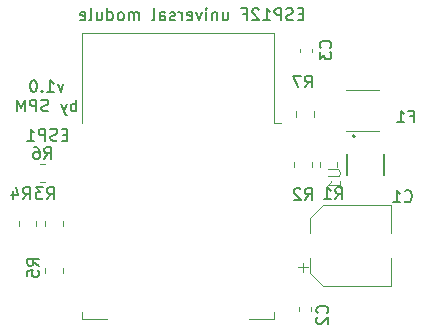
<source format=gbo>
%TF.GenerationSoftware,KiCad,Pcbnew,5.1.8*%
%TF.CreationDate,2020-12-08T00:01:30+01:00*%
%TF.ProjectId,ESP8266_base_vreg,45535038-3236-4365-9f62-6173655f7672,rev?*%
%TF.SameCoordinates,Original*%
%TF.FileFunction,Legend,Bot*%
%TF.FilePolarity,Positive*%
%FSLAX46Y46*%
G04 Gerber Fmt 4.6, Leading zero omitted, Abs format (unit mm)*
G04 Created by KiCad (PCBNEW 5.1.8) date 2020-12-08 00:01:30*
%MOMM*%
%LPD*%
G01*
G04 APERTURE LIST*
%ADD10C,0.150000*%
%ADD11C,0.120000*%
%ADD12C,0.200000*%
%ADD13C,0.127000*%
%ADD14C,0.015000*%
G04 APERTURE END LIST*
D10*
X126028571Y-73960714D02*
X125790476Y-74627380D01*
X125552380Y-73960714D01*
X124647619Y-74627380D02*
X125219047Y-74627380D01*
X124933333Y-74627380D02*
X124933333Y-73627380D01*
X125028571Y-73770238D01*
X125123809Y-73865476D01*
X125219047Y-73913095D01*
X124219047Y-74532142D02*
X124171428Y-74579761D01*
X124219047Y-74627380D01*
X124266666Y-74579761D01*
X124219047Y-74532142D01*
X124219047Y-74627380D01*
X123552380Y-73627380D02*
X123457142Y-73627380D01*
X123361904Y-73675000D01*
X123314285Y-73722619D01*
X123266666Y-73817857D01*
X123219047Y-74008333D01*
X123219047Y-74246428D01*
X123266666Y-74436904D01*
X123314285Y-74532142D01*
X123361904Y-74579761D01*
X123457142Y-74627380D01*
X123552380Y-74627380D01*
X123647619Y-74579761D01*
X123695238Y-74532142D01*
X123742857Y-74436904D01*
X123790476Y-74246428D01*
X123790476Y-74008333D01*
X123742857Y-73817857D01*
X123695238Y-73722619D01*
X123647619Y-73675000D01*
X123552380Y-73627380D01*
X127123809Y-76277380D02*
X127123809Y-75277380D01*
X127123809Y-75658333D02*
X127028571Y-75610714D01*
X126838095Y-75610714D01*
X126742857Y-75658333D01*
X126695238Y-75705952D01*
X126647619Y-75801190D01*
X126647619Y-76086904D01*
X126695238Y-76182142D01*
X126742857Y-76229761D01*
X126838095Y-76277380D01*
X127028571Y-76277380D01*
X127123809Y-76229761D01*
X126314285Y-75610714D02*
X126076190Y-76277380D01*
X125838095Y-75610714D02*
X126076190Y-76277380D01*
X126171428Y-76515476D01*
X126219047Y-76563095D01*
X126314285Y-76610714D01*
X124742857Y-76229761D02*
X124600000Y-76277380D01*
X124361904Y-76277380D01*
X124266666Y-76229761D01*
X124219047Y-76182142D01*
X124171428Y-76086904D01*
X124171428Y-75991666D01*
X124219047Y-75896428D01*
X124266666Y-75848809D01*
X124361904Y-75801190D01*
X124552380Y-75753571D01*
X124647619Y-75705952D01*
X124695238Y-75658333D01*
X124742857Y-75563095D01*
X124742857Y-75467857D01*
X124695238Y-75372619D01*
X124647619Y-75325000D01*
X124552380Y-75277380D01*
X124314285Y-75277380D01*
X124171428Y-75325000D01*
X123742857Y-76277380D02*
X123742857Y-75277380D01*
X123361904Y-75277380D01*
X123266666Y-75325000D01*
X123219047Y-75372619D01*
X123171428Y-75467857D01*
X123171428Y-75610714D01*
X123219047Y-75705952D01*
X123266666Y-75753571D01*
X123361904Y-75801190D01*
X123742857Y-75801190D01*
X122742857Y-76277380D02*
X122742857Y-75277380D01*
X122409523Y-75991666D01*
X122076190Y-75277380D01*
X122076190Y-76277380D01*
X146328571Y-68028571D02*
X145995238Y-68028571D01*
X145852380Y-68552380D02*
X146328571Y-68552380D01*
X146328571Y-67552380D01*
X145852380Y-67552380D01*
X145471428Y-68504761D02*
X145328571Y-68552380D01*
X145090476Y-68552380D01*
X144995238Y-68504761D01*
X144947619Y-68457142D01*
X144900000Y-68361904D01*
X144900000Y-68266666D01*
X144947619Y-68171428D01*
X144995238Y-68123809D01*
X145090476Y-68076190D01*
X145280952Y-68028571D01*
X145376190Y-67980952D01*
X145423809Y-67933333D01*
X145471428Y-67838095D01*
X145471428Y-67742857D01*
X145423809Y-67647619D01*
X145376190Y-67600000D01*
X145280952Y-67552380D01*
X145042857Y-67552380D01*
X144900000Y-67600000D01*
X144471428Y-68552380D02*
X144471428Y-67552380D01*
X144090476Y-67552380D01*
X143995238Y-67600000D01*
X143947619Y-67647619D01*
X143900000Y-67742857D01*
X143900000Y-67885714D01*
X143947619Y-67980952D01*
X143995238Y-68028571D01*
X144090476Y-68076190D01*
X144471428Y-68076190D01*
X142947619Y-68552380D02*
X143519047Y-68552380D01*
X143233333Y-68552380D02*
X143233333Y-67552380D01*
X143328571Y-67695238D01*
X143423809Y-67790476D01*
X143519047Y-67838095D01*
X142566666Y-67647619D02*
X142519047Y-67600000D01*
X142423809Y-67552380D01*
X142185714Y-67552380D01*
X142090476Y-67600000D01*
X142042857Y-67647619D01*
X141995238Y-67742857D01*
X141995238Y-67838095D01*
X142042857Y-67980952D01*
X142614285Y-68552380D01*
X141995238Y-68552380D01*
X141233333Y-68028571D02*
X141566666Y-68028571D01*
X141566666Y-68552380D02*
X141566666Y-67552380D01*
X141090476Y-67552380D01*
X139519047Y-67885714D02*
X139519047Y-68552380D01*
X139947619Y-67885714D02*
X139947619Y-68409523D01*
X139900000Y-68504761D01*
X139804761Y-68552380D01*
X139661904Y-68552380D01*
X139566666Y-68504761D01*
X139519047Y-68457142D01*
X139042857Y-67885714D02*
X139042857Y-68552380D01*
X139042857Y-67980952D02*
X138995238Y-67933333D01*
X138900000Y-67885714D01*
X138757142Y-67885714D01*
X138661904Y-67933333D01*
X138614285Y-68028571D01*
X138614285Y-68552380D01*
X138138095Y-68552380D02*
X138138095Y-67885714D01*
X138138095Y-67552380D02*
X138185714Y-67600000D01*
X138138095Y-67647619D01*
X138090476Y-67600000D01*
X138138095Y-67552380D01*
X138138095Y-67647619D01*
X137757142Y-67885714D02*
X137519047Y-68552380D01*
X137280952Y-67885714D01*
X136519047Y-68504761D02*
X136614285Y-68552380D01*
X136804761Y-68552380D01*
X136900000Y-68504761D01*
X136947619Y-68409523D01*
X136947619Y-68028571D01*
X136900000Y-67933333D01*
X136804761Y-67885714D01*
X136614285Y-67885714D01*
X136519047Y-67933333D01*
X136471428Y-68028571D01*
X136471428Y-68123809D01*
X136947619Y-68219047D01*
X136042857Y-68552380D02*
X136042857Y-67885714D01*
X136042857Y-68076190D02*
X135995238Y-67980952D01*
X135947619Y-67933333D01*
X135852380Y-67885714D01*
X135757142Y-67885714D01*
X135471428Y-68504761D02*
X135376190Y-68552380D01*
X135185714Y-68552380D01*
X135090476Y-68504761D01*
X135042857Y-68409523D01*
X135042857Y-68361904D01*
X135090476Y-68266666D01*
X135185714Y-68219047D01*
X135328571Y-68219047D01*
X135423809Y-68171428D01*
X135471428Y-68076190D01*
X135471428Y-68028571D01*
X135423809Y-67933333D01*
X135328571Y-67885714D01*
X135185714Y-67885714D01*
X135090476Y-67933333D01*
X134185714Y-68552380D02*
X134185714Y-68028571D01*
X134233333Y-67933333D01*
X134328571Y-67885714D01*
X134519047Y-67885714D01*
X134614285Y-67933333D01*
X134185714Y-68504761D02*
X134280952Y-68552380D01*
X134519047Y-68552380D01*
X134614285Y-68504761D01*
X134661904Y-68409523D01*
X134661904Y-68314285D01*
X134614285Y-68219047D01*
X134519047Y-68171428D01*
X134280952Y-68171428D01*
X134185714Y-68123809D01*
X133566666Y-68552380D02*
X133661904Y-68504761D01*
X133709523Y-68409523D01*
X133709523Y-67552380D01*
X132423809Y-68552380D02*
X132423809Y-67885714D01*
X132423809Y-67980952D02*
X132376190Y-67933333D01*
X132280952Y-67885714D01*
X132138095Y-67885714D01*
X132042857Y-67933333D01*
X131995238Y-68028571D01*
X131995238Y-68552380D01*
X131995238Y-68028571D02*
X131947619Y-67933333D01*
X131852380Y-67885714D01*
X131709523Y-67885714D01*
X131614285Y-67933333D01*
X131566666Y-68028571D01*
X131566666Y-68552380D01*
X130947619Y-68552380D02*
X131042857Y-68504761D01*
X131090476Y-68457142D01*
X131138095Y-68361904D01*
X131138095Y-68076190D01*
X131090476Y-67980952D01*
X131042857Y-67933333D01*
X130947619Y-67885714D01*
X130804761Y-67885714D01*
X130709523Y-67933333D01*
X130661904Y-67980952D01*
X130614285Y-68076190D01*
X130614285Y-68361904D01*
X130661904Y-68457142D01*
X130709523Y-68504761D01*
X130804761Y-68552380D01*
X130947619Y-68552380D01*
X129757142Y-68552380D02*
X129757142Y-67552380D01*
X129757142Y-68504761D02*
X129852380Y-68552380D01*
X130042857Y-68552380D01*
X130138095Y-68504761D01*
X130185714Y-68457142D01*
X130233333Y-68361904D01*
X130233333Y-68076190D01*
X130185714Y-67980952D01*
X130138095Y-67933333D01*
X130042857Y-67885714D01*
X129852380Y-67885714D01*
X129757142Y-67933333D01*
X128852380Y-67885714D02*
X128852380Y-68552380D01*
X129280952Y-67885714D02*
X129280952Y-68409523D01*
X129233333Y-68504761D01*
X129138095Y-68552380D01*
X128995238Y-68552380D01*
X128900000Y-68504761D01*
X128852380Y-68457142D01*
X128233333Y-68552380D02*
X128328571Y-68504761D01*
X128376190Y-68409523D01*
X128376190Y-67552380D01*
X127471428Y-68504761D02*
X127566666Y-68552380D01*
X127757142Y-68552380D01*
X127852380Y-68504761D01*
X127900000Y-68409523D01*
X127900000Y-68028571D01*
X127852380Y-67933333D01*
X127757142Y-67885714D01*
X127566666Y-67885714D01*
X127471428Y-67933333D01*
X127423809Y-68028571D01*
X127423809Y-68123809D01*
X127900000Y-68219047D01*
D11*
%TO.C,C3*%
X147068000Y-71266267D02*
X147068000Y-70973733D01*
X146048000Y-71266267D02*
X146048000Y-70973733D01*
D12*
%TO.C,U1*%
X150726000Y-78372000D02*
G75*
G03*
X150726000Y-78372000I-100000J0D01*
G01*
D13*
X153205000Y-79872000D02*
X153205000Y-81672000D01*
X150047000Y-79872000D02*
X150047000Y-81672000D01*
D11*
%TO.C,R7*%
X145765000Y-76727064D02*
X145765000Y-76272936D01*
X147235000Y-76727064D02*
X147235000Y-76272936D01*
%TO.C,R6*%
X124477064Y-82235000D02*
X124022936Y-82235000D01*
X124477064Y-80765000D02*
X124022936Y-80765000D01*
%TO.C,R5*%
X124515000Y-89977064D02*
X124515000Y-89522936D01*
X125985000Y-89977064D02*
X125985000Y-89522936D01*
%TO.C,R4*%
X123735000Y-85522936D02*
X123735000Y-85977064D01*
X122265000Y-85522936D02*
X122265000Y-85977064D01*
%TO.C,R3*%
X124515000Y-85977064D02*
X124515000Y-85522936D01*
X125985000Y-85977064D02*
X125985000Y-85522936D01*
%TO.C,R2*%
X145569000Y-80999064D02*
X145569000Y-80544936D01*
X147039000Y-80999064D02*
X147039000Y-80544936D01*
%TO.C,R1*%
X147728000Y-80999064D02*
X147728000Y-80544936D01*
X149198000Y-80999064D02*
X149198000Y-80544936D01*
%TO.C,F1*%
X152770252Y-77910000D02*
X149997748Y-77910000D01*
X152770252Y-74490000D02*
X149997748Y-74490000D01*
%TO.C,ESP1*%
X143870000Y-77250000D02*
X144480000Y-77250000D01*
X143870000Y-77250000D02*
X143870000Y-69630000D01*
X143870000Y-93870000D02*
X143870000Y-93250000D01*
X141750000Y-93870000D02*
X143870000Y-93870000D01*
X127630000Y-93870000D02*
X129750000Y-93870000D01*
X127630000Y-93250000D02*
X127630000Y-93870000D01*
X127630000Y-69630000D02*
X127630000Y-77250000D01*
X143870000Y-69630000D02*
X127630000Y-69630000D01*
%TO.C,C2*%
X147010000Y-92853733D02*
X147010000Y-93146267D01*
X145990000Y-92853733D02*
X145990000Y-93146267D01*
%TO.C,C1*%
X146312250Y-89871250D02*
X146312250Y-89083750D01*
X145918500Y-89477500D02*
X146706000Y-89477500D01*
X146946000Y-85284437D02*
X148010437Y-84220000D01*
X146946000Y-89975563D02*
X148010437Y-91040000D01*
X146946000Y-89975563D02*
X146946000Y-88690000D01*
X146946000Y-85284437D02*
X146946000Y-86570000D01*
X148010437Y-84220000D02*
X153766000Y-84220000D01*
X148010437Y-91040000D02*
X153766000Y-91040000D01*
X153766000Y-91040000D02*
X153766000Y-88690000D01*
X153766000Y-84220000D02*
X153766000Y-86570000D01*
%TO.C,C3*%
D10*
X148629642Y-70889833D02*
X148677261Y-70842214D01*
X148724880Y-70699357D01*
X148724880Y-70604119D01*
X148677261Y-70461261D01*
X148582023Y-70366023D01*
X148486785Y-70318404D01*
X148296309Y-70270785D01*
X148153452Y-70270785D01*
X147962976Y-70318404D01*
X147867738Y-70366023D01*
X147772500Y-70461261D01*
X147724880Y-70604119D01*
X147724880Y-70699357D01*
X147772500Y-70842214D01*
X147820119Y-70889833D01*
X147724880Y-71223166D02*
X147724880Y-71842214D01*
X148105833Y-71508880D01*
X148105833Y-71651738D01*
X148153452Y-71746976D01*
X148201071Y-71794595D01*
X148296309Y-71842214D01*
X148534404Y-71842214D01*
X148629642Y-71794595D01*
X148677261Y-71746976D01*
X148724880Y-71651738D01*
X148724880Y-71366023D01*
X148677261Y-71270785D01*
X148629642Y-71223166D01*
%TO.C,U1*%
D14*
X148443380Y-81185095D02*
X149252904Y-81185095D01*
X149348142Y-81232714D01*
X149395761Y-81280333D01*
X149443380Y-81375571D01*
X149443380Y-81566047D01*
X149395761Y-81661285D01*
X149348142Y-81708904D01*
X149252904Y-81756523D01*
X148443380Y-81756523D01*
X149443380Y-82756523D02*
X149443380Y-82185095D01*
X149443380Y-82470809D02*
X148443380Y-82470809D01*
X148586238Y-82375571D01*
X148681476Y-82280333D01*
X148729095Y-82185095D01*
%TO.C,R7*%
D10*
X146470666Y-74239380D02*
X146804000Y-73763190D01*
X147042095Y-74239380D02*
X147042095Y-73239380D01*
X146661142Y-73239380D01*
X146565904Y-73287000D01*
X146518285Y-73334619D01*
X146470666Y-73429857D01*
X146470666Y-73572714D01*
X146518285Y-73667952D01*
X146565904Y-73715571D01*
X146661142Y-73763190D01*
X147042095Y-73763190D01*
X146137333Y-73239380D02*
X145470666Y-73239380D01*
X145899238Y-74239380D01*
%TO.C,R6*%
X124416666Y-80302380D02*
X124750000Y-79826190D01*
X124988095Y-80302380D02*
X124988095Y-79302380D01*
X124607142Y-79302380D01*
X124511904Y-79350000D01*
X124464285Y-79397619D01*
X124416666Y-79492857D01*
X124416666Y-79635714D01*
X124464285Y-79730952D01*
X124511904Y-79778571D01*
X124607142Y-79826190D01*
X124988095Y-79826190D01*
X123559523Y-79302380D02*
X123750000Y-79302380D01*
X123845238Y-79350000D01*
X123892857Y-79397619D01*
X123988095Y-79540476D01*
X124035714Y-79730952D01*
X124035714Y-80111904D01*
X123988095Y-80207142D01*
X123940476Y-80254761D01*
X123845238Y-80302380D01*
X123654761Y-80302380D01*
X123559523Y-80254761D01*
X123511904Y-80207142D01*
X123464285Y-80111904D01*
X123464285Y-79873809D01*
X123511904Y-79778571D01*
X123559523Y-79730952D01*
X123654761Y-79683333D01*
X123845238Y-79683333D01*
X123940476Y-79730952D01*
X123988095Y-79778571D01*
X124035714Y-79873809D01*
%TO.C,R5*%
X123952380Y-89333333D02*
X123476190Y-89000000D01*
X123952380Y-88761904D02*
X122952380Y-88761904D01*
X122952380Y-89142857D01*
X123000000Y-89238095D01*
X123047619Y-89285714D01*
X123142857Y-89333333D01*
X123285714Y-89333333D01*
X123380952Y-89285714D01*
X123428571Y-89238095D01*
X123476190Y-89142857D01*
X123476190Y-88761904D01*
X122952380Y-90238095D02*
X122952380Y-89761904D01*
X123428571Y-89714285D01*
X123380952Y-89761904D01*
X123333333Y-89857142D01*
X123333333Y-90095238D01*
X123380952Y-90190476D01*
X123428571Y-90238095D01*
X123523809Y-90285714D01*
X123761904Y-90285714D01*
X123857142Y-90238095D01*
X123904761Y-90190476D01*
X123952380Y-90095238D01*
X123952380Y-89857142D01*
X123904761Y-89761904D01*
X123857142Y-89714285D01*
%TO.C,R4*%
X122594666Y-83702380D02*
X122928000Y-83226190D01*
X123166095Y-83702380D02*
X123166095Y-82702380D01*
X122785142Y-82702380D01*
X122689904Y-82750000D01*
X122642285Y-82797619D01*
X122594666Y-82892857D01*
X122594666Y-83035714D01*
X122642285Y-83130952D01*
X122689904Y-83178571D01*
X122785142Y-83226190D01*
X123166095Y-83226190D01*
X121737523Y-83035714D02*
X121737523Y-83702380D01*
X121975619Y-82654761D02*
X122213714Y-83369047D01*
X121594666Y-83369047D01*
%TO.C,R3*%
X124626666Y-83702380D02*
X124960000Y-83226190D01*
X125198095Y-83702380D02*
X125198095Y-82702380D01*
X124817142Y-82702380D01*
X124721904Y-82750000D01*
X124674285Y-82797619D01*
X124626666Y-82892857D01*
X124626666Y-83035714D01*
X124674285Y-83130952D01*
X124721904Y-83178571D01*
X124817142Y-83226190D01*
X125198095Y-83226190D01*
X124293333Y-82702380D02*
X123674285Y-82702380D01*
X124007619Y-83083333D01*
X123864761Y-83083333D01*
X123769523Y-83130952D01*
X123721904Y-83178571D01*
X123674285Y-83273809D01*
X123674285Y-83511904D01*
X123721904Y-83607142D01*
X123769523Y-83654761D01*
X123864761Y-83702380D01*
X124150476Y-83702380D01*
X124245714Y-83654761D01*
X124293333Y-83607142D01*
%TO.C,R2*%
X146470666Y-83764380D02*
X146804000Y-83288190D01*
X147042095Y-83764380D02*
X147042095Y-82764380D01*
X146661142Y-82764380D01*
X146565904Y-82812000D01*
X146518285Y-82859619D01*
X146470666Y-82954857D01*
X146470666Y-83097714D01*
X146518285Y-83192952D01*
X146565904Y-83240571D01*
X146661142Y-83288190D01*
X147042095Y-83288190D01*
X146089714Y-82859619D02*
X146042095Y-82812000D01*
X145946857Y-82764380D01*
X145708761Y-82764380D01*
X145613523Y-82812000D01*
X145565904Y-82859619D01*
X145518285Y-82954857D01*
X145518285Y-83050095D01*
X145565904Y-83192952D01*
X146137333Y-83764380D01*
X145518285Y-83764380D01*
%TO.C,R1*%
X149055666Y-83702380D02*
X149389000Y-83226190D01*
X149627095Y-83702380D02*
X149627095Y-82702380D01*
X149246142Y-82702380D01*
X149150904Y-82750000D01*
X149103285Y-82797619D01*
X149055666Y-82892857D01*
X149055666Y-83035714D01*
X149103285Y-83130952D01*
X149150904Y-83178571D01*
X149246142Y-83226190D01*
X149627095Y-83226190D01*
X148103285Y-83702380D02*
X148674714Y-83702380D01*
X148389000Y-83702380D02*
X148389000Y-82702380D01*
X148484238Y-82845238D01*
X148579476Y-82940476D01*
X148674714Y-82988095D01*
%TO.C,F1*%
X155349333Y-76678571D02*
X155682666Y-76678571D01*
X155682666Y-77202380D02*
X155682666Y-76202380D01*
X155206476Y-76202380D01*
X154301714Y-77202380D02*
X154873142Y-77202380D01*
X154587428Y-77202380D02*
X154587428Y-76202380D01*
X154682666Y-76345238D01*
X154777904Y-76440476D01*
X154873142Y-76488095D01*
%TO.C,ESP1*%
X126366666Y-78228571D02*
X126033333Y-78228571D01*
X125890476Y-78752380D02*
X126366666Y-78752380D01*
X126366666Y-77752380D01*
X125890476Y-77752380D01*
X125509523Y-78704761D02*
X125366666Y-78752380D01*
X125128571Y-78752380D01*
X125033333Y-78704761D01*
X124985714Y-78657142D01*
X124938095Y-78561904D01*
X124938095Y-78466666D01*
X124985714Y-78371428D01*
X125033333Y-78323809D01*
X125128571Y-78276190D01*
X125319047Y-78228571D01*
X125414285Y-78180952D01*
X125461904Y-78133333D01*
X125509523Y-78038095D01*
X125509523Y-77942857D01*
X125461904Y-77847619D01*
X125414285Y-77800000D01*
X125319047Y-77752380D01*
X125080952Y-77752380D01*
X124938095Y-77800000D01*
X124509523Y-78752380D02*
X124509523Y-77752380D01*
X124128571Y-77752380D01*
X124033333Y-77800000D01*
X123985714Y-77847619D01*
X123938095Y-77942857D01*
X123938095Y-78085714D01*
X123985714Y-78180952D01*
X124033333Y-78228571D01*
X124128571Y-78276190D01*
X124509523Y-78276190D01*
X122985714Y-78752380D02*
X123557142Y-78752380D01*
X123271428Y-78752380D02*
X123271428Y-77752380D01*
X123366666Y-77895238D01*
X123461904Y-77990476D01*
X123557142Y-78038095D01*
%TO.C,C2*%
X148357142Y-93333333D02*
X148404761Y-93285714D01*
X148452380Y-93142857D01*
X148452380Y-93047619D01*
X148404761Y-92904761D01*
X148309523Y-92809523D01*
X148214285Y-92761904D01*
X148023809Y-92714285D01*
X147880952Y-92714285D01*
X147690476Y-92761904D01*
X147595238Y-92809523D01*
X147500000Y-92904761D01*
X147452380Y-93047619D01*
X147452380Y-93142857D01*
X147500000Y-93285714D01*
X147547619Y-93333333D01*
X147547619Y-93714285D02*
X147500000Y-93761904D01*
X147452380Y-93857142D01*
X147452380Y-94095238D01*
X147500000Y-94190476D01*
X147547619Y-94238095D01*
X147642857Y-94285714D01*
X147738095Y-94285714D01*
X147880952Y-94238095D01*
X148452380Y-93666666D01*
X148452380Y-94285714D01*
%TO.C,C1*%
X154916666Y-83857142D02*
X154964285Y-83904761D01*
X155107142Y-83952380D01*
X155202380Y-83952380D01*
X155345238Y-83904761D01*
X155440476Y-83809523D01*
X155488095Y-83714285D01*
X155535714Y-83523809D01*
X155535714Y-83380952D01*
X155488095Y-83190476D01*
X155440476Y-83095238D01*
X155345238Y-83000000D01*
X155202380Y-82952380D01*
X155107142Y-82952380D01*
X154964285Y-83000000D01*
X154916666Y-83047619D01*
X153964285Y-83952380D02*
X154535714Y-83952380D01*
X154250000Y-83952380D02*
X154250000Y-82952380D01*
X154345238Y-83095238D01*
X154440476Y-83190476D01*
X154535714Y-83238095D01*
%TD*%
M02*

</source>
